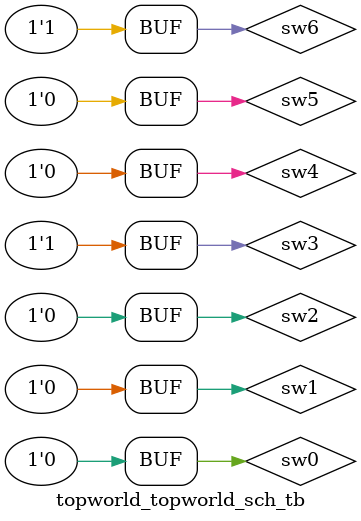
<source format=v>

`timescale 1ns / 1ps

module topworld_topworld_sch_tb();

// Inputs
   reg sw0;
   reg sw2;
   reg sw4;
   reg sw1;
   reg sw6;
   reg sw5;
   reg sw3;

// Output
   wire CA;
   wire CB;
   wire CC;
   wire CD;
   wire CE;
   wire CF;
   wire CG;

// Bidirs

// Instantiate the UUT
   topworld UUT (
		.Cin(Cin), 
		.a1(a1), 
		.b0(b0), 
		.a0(a0), 
		.b2(b2), 
		.b1(b1), 
		.a2(a2), 
		.CA(CA), 
		.CB(CB), 
		.CC(CC), 
		.CD(CD), 
		.CE(CE), 
		.CF(CF), 
		.CG(CG)
   );
// Initialize Inputs
   `ifdef auto_init
       initial begin
		Cin = 0;
		a1 = 0;
		b0 = 0;
		a0 = 0;
		b2 = 0;
		b1 = 0;
		a2 = 0;
   `endif
	
//      Uncomment the next line if you need to change the labels of the  inputs
//      reg sw0, sw1, sw2, sw3, sw4, sw5, sw6;
initial
begin	
// If your labels for the input markers from the switches are
// not sw0, sw1, etc. then  uncomment the lines below and substitute 
// your labels for each MY_SWITCH_#
// Also uncommnet the line above "initial"
//
//	assign MY_SWITCH_0 = sw0;
//	assign MY_SWITCH_1 = sw1;
//	assign MY_SWITCH_2 = sw2;
//	assign MY_SWITCH_3 = sw3;
//	assign MY_SWITCH_4 = sw4;
//	assign MY_SWITCH_5 = sw5;
//	assign MY_SWITCH_6 = sw6;

        sw0=1'b0;
        sw1=1'b0;
        sw2=1'b0;
        sw3=1'b0;
        sw4=1'b0;
        sw5=1'b0;
        sw6=1'b0;
        // sum is 0 
	//-------------  Current Time:  0ns
	#100;
	sw0 = 1'b1;
        // sum is 1
        // -------------  Current Time:  100ns
        #100;
        sw1 = 1'b1;
        // sum is 2
        // -------------  Current Time:  200ns
        #100;
        sw4 = 1'b1;
        // sum is 3
        // -------------  Current Time:  300ns
        #100;
        sw0 = 1'b0;
		  sw5 = 1'b1;
        // sum is 4
        // -------------  Current Time:  400ns
        #100;
        sw0 = 1'b1;
        // sum is 5
        // -------------  Current Time:  500ns
        #100;
        sw1 = 1'b0;
        sw2 = 1'b1;
        // sum is 6
        // -------------  Current Time:  600ns
        #200;
        sw1 = 1'b1;
        // sum is 7
        // -------------  Current Time:  700ns
        #100;
        sw4 = 1'b0;
        sw5 = 1'b0;
        sw6 = 1'b1;
        // sum is 8
        // -------------  Current Time:  800ns
        #100;
        sw4 = 1'b1;
        // sum is 9
        // -------------  Current Time:  900ns
        #100;
        sw1 = 1'b0;
        sw2 = 1'b0;
        sw3 = 1'b1;
        // sum is 10
        // -------------  Current Time:  1000ns
		  #100;
		  sw1 = 1'b0;
		  //sum is 11
		  //-------------- Current Time: 1000ns
		  #100;
		  sw4 = 1'b0;
		  sw5 = 1'b0;
		  //sum is 12
		  //-------------- Current Time: 1000ns
		  #100;	
			sw4 = 1'b0;
		  //sum is 13
		  //-------------- Current Time: 1000ns
		  #100;
		  sw0 = 1'b0;
		  sw2 = 1'b0;
		  //sum is 14
		  //-------------- Current Time: 1000ns
		  #100;
		  sw0 = 1'b0;
		  //sum is 15
		  //-------------- Current Time: 1000ns
		  //
	// complete this testbentch  so that all 
	// 16 hex values are generated
    end
	endmodule

</source>
